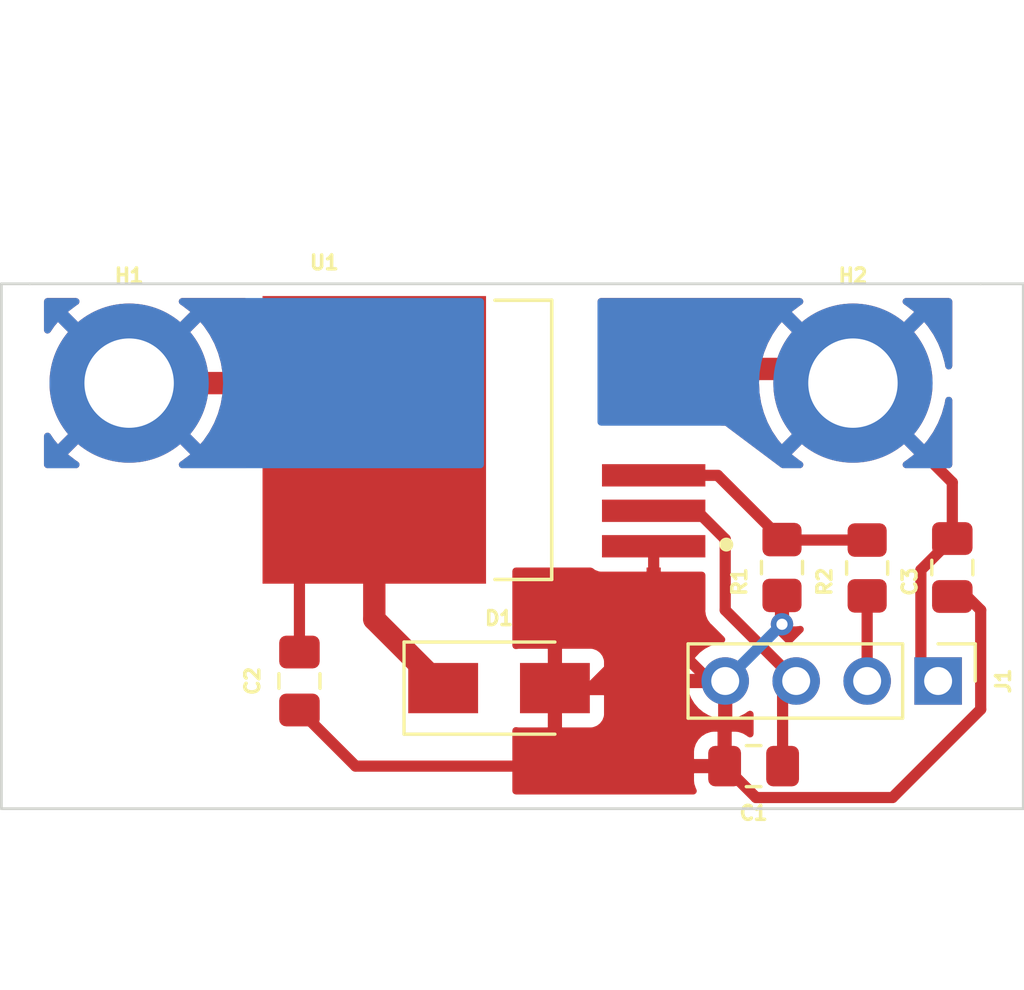
<source format=kicad_pcb>
(kicad_pcb (version 20211014) (generator pcbnew)
  (layers (0 "F.Cu" signal) (31 "B.Cu" signal) (34 "B.Paste" user) (35 "F.Paste" user) (36 "B.SilkS" user "B.Silkscreen") (37 "F.SilkS" user "F.Silkscreen") (38 "B.Mask" user) (39 "F.Mask" user) (44 "Edge.Cuts" user))
  (net 0 "")
  (net 1 "GND")
  (net 2 "AUX_IN")
  (net 3 "Net-(R1-Pad1)")
  (net 4 "OUT_VS")
  (net 5 "IN_VS")
  (net 6 "SENSE")
  (footprint "Resistor_SMD:R_0805_2012Metric_Pad1.20x1.40mm_HandSolder" (layer "F.Cu") (at 58.928 37.592 -90)
    (fp_text reference "R1" (at 0.508 1.524 90) (layer "F.SilkS") (effects (font (size 0.5 0.5))))
    (fp_text value "1k")
    (fp_line (start -0.227064 -0.735) (end 0.227064 -0.735) (layer "F.SilkS") (width 0.12))
    (fp_line (start -0.227064 0.735) (end 0.227064 0.735) (layer "F.SilkS") (width 0.12))
    (pad "1" smd roundrect (at -1 0 270) (size 1.2 1.4) (layers "F.Cu" "F.Paste" "F.Mask") (roundrect_rratio 0.208333) (net 3 "Net-(R1-Pad1)"))
    (pad "2" smd roundrect (at 1 0 270) (size 1.2 1.4) (layers "F.Cu" "F.Paste" "F.Mask") (roundrect_rratio 0.208333) (net 1 "GND"))
  )
  (footprint "Resistor_SMD:R_0805_2012Metric_Pad1.20x1.40mm_HandSolder" (layer "F.Cu") (at 61.976 37.608 90)
    (fp_text reference "R2" (at -0.492 -1.524 90) (layer "F.SilkS") (effects (font (size 0.5 0.5))))
    (fp_text value "4.7k")
    (fp_line (start -0.227064 -0.735) (end 0.227064 -0.735) (layer "F.SilkS") (width 0.12))
    (fp_line (start -0.227064 0.735) (end 0.227064 0.735) (layer "F.SilkS") (width 0.12))
    (pad "1" smd roundrect (at -1 0 90) (size 1.2 1.4) (layers "F.Cu" "F.Paste" "F.Mask") (roundrect_rratio 0.208333) (net 6 "SENSE"))
    (pad "2" smd roundrect (at 1 0 90) (size 1.2 1.4) (layers "F.Cu" "F.Paste" "F.Mask") (roundrect_rratio 0.208333) (net 3 "Net-(R1-Pad1)"))
  )
  (footprint "MountingHole:MountingHole_3.2mm_M3_ISO7380_Pad_TopBottom" (layer "F.Cu") (at 61.468 30.988)
    (fp_text reference "H2" (at 0 -3.85) (layer "F.SilkS") (effects (font (size 0.5 0.5))))
    (fp_text value "OUT_VS")
    (pad "1" connect circle (at 0 0) (size 5.7 5.7) (layers "B.Cu" "B.Mask") (net 4 "OUT_VS"))
    (pad "1" connect circle (at 0 0) (size 5.7 5.7) (layers "F.Cu" "F.Mask") (net 4 "OUT_VS"))
    (pad "1" thru_hole circle (at 0 0) (size 3.6 3.6) (drill 3.2) (layers *.Cu *.Mask) (net 4 "OUT_VS"))
  )
  (footprint "Capacitor_SMD:C_0805_2012Metric_Pad1.18x1.45mm_HandSolder" (layer "F.Cu") (at 41.656 41.656 90)
    (fp_text reference "C2" (at 0 -1.68 90) (layer "F.SilkS") (effects (font (size 0.5 0.5))))
    (fp_text value "C_Small")
    (fp_line (start -0.261252 -0.735) (end 0.261252 -0.735) (layer "F.SilkS") (width 0.12))
    (fp_line (start -0.261252 0.735) (end 0.261252 0.735) (layer "F.SilkS") (width 0.12))
    (pad "1" smd roundrect (at -1.0375 0 90) (size 1.175 1.45) (layers "F.Cu" "F.Paste" "F.Mask") (roundrect_rratio 0.212766) (net 1 "GND"))
    (pad "2" smd roundrect (at 1.0375 0 90) (size 1.175 1.45) (layers "F.Cu" "F.Paste" "F.Mask") (roundrect_rratio 0.212766) (net 5 "IN_VS"))
  )
  (footprint "Capacitor_SMD:C_0805_2012Metric_Pad1.18x1.45mm_HandSolder" (layer "F.Cu") (at 57.912 44.704 180)
    (fp_text reference "C1" (at 0 -1.68) (layer "F.SilkS") (effects (font (size 0.5 0.5))))
    (fp_text value "150nF")
    (fp_line (start -0.261252 -0.735) (end 0.261252 -0.735) (layer "F.SilkS") (width 0.12))
    (fp_line (start -0.261252 0.735) (end 0.261252 0.735) (layer "F.SilkS") (width 0.12))
    (pad "1" smd roundrect (at -1.0375 0 180) (size 1.175 1.45) (layers "F.Cu" "F.Paste" "F.Mask") (roundrect_rratio 0.212766) (net 2 "AUX_IN"))
    (pad "2" smd roundrect (at 1.0375 0 180) (size 1.175 1.45) (layers "F.Cu" "F.Paste" "F.Mask") (roundrect_rratio 0.212766) (net 1 "GND"))
  )
  (footprint "MountingHole:MountingHole_3.2mm_M3_ISO7380_Pad_TopBottom" (layer "F.Cu") (at 35.56 30.988)
    (fp_text reference "H1" (at 0 -3.85) (layer "F.SilkS") (effects (font (size 0.5 0.5))))
    (fp_text value "IN_VS")
    (pad "1" thru_hole circle (at 0 0) (size 3.6 3.6) (drill 3.2) (layers *.Cu *.Mask) (net 5 "IN_VS"))
    (pad "1" connect circle (at 0 0) (size 5.7 5.7) (layers "B.Cu" "B.Mask") (net 5 "IN_VS"))
    (pad "1" connect circle (at 0 0) (size 5.7 5.7) (layers "F.Cu" "F.Mask") (net 5 "IN_VS"))
  )
  (footprint "Capacitor_SMD:C_0805_2012Metric_Pad1.18x1.45mm_HandSolder" (layer "F.Cu") (at 65.024 37.592 90)
    (fp_text reference "C3" (at -0.508 -1.524 90) (layer "F.SilkS") (effects (font (size 0.5 0.5))))
    (fp_text value "10nF")
    (fp_line (start -0.261252 0.735) (end 0.261252 0.735) (layer "F.SilkS") (width 0.12))
    (fp_line (start -0.261252 -0.735) (end 0.261252 -0.735) (layer "F.SilkS") (width 0.12))
    (pad "1" smd roundrect (at -1.0375 0 90) (size 1.175 1.45) (layers "F.Cu" "F.Paste" "F.Mask") (roundrect_rratio 0.212766) (net 1 "GND"))
    (pad "2" smd roundrect (at 1.0375 0 90) (size 1.175 1.45) (layers "F.Cu" "F.Paste" "F.Mask") (roundrect_rratio 0.212766) (net 4 "OUT_VS"))
  )
  (footprint "PDM_Additional:TO127P1500X440-8N" (layer "F.Cu") (at 48.26 33.02 180)
    (fp_text reference "U1" (at 5.715 6.35) (layer "F.SilkS") (effects (font (size 0.5 0.5))))
    (fp_text value "BTS50010-1TAE")
    (fp_line (start -2.425 5) (end -2.425 -5) (layer "F.SilkS") (width 0.127))
    (fp_line (start -2.425 -5) (end -0.395 -5) (layer "F.SilkS") (width 0.127))
    (fp_line (start -2.425 5) (end -0.395 5) (layer "F.SilkS") (width 0.127))
    (fp_circle (center -8.675 -3.75) (end -8.55 -3.75) (layer "F.SilkS") (width 0.25) (fill none))
    (pad "1" smd rect (at -6.075 -3.81 180) (size 3.7 0.8) (layers "F.Cu" "F.Paste" "F.Mask") (net 1 "GND"))
    (pad "2" smd rect (at -6.075 -2.54 180) (size 3.7 0.8) (layers "F.Cu" "F.Paste" "F.Mask") (net 2 "AUX_IN"))
    (pad "3" smd rect (at -6.075 -1.27 180) (size 3.7 0.8) (layers "F.Cu" "F.Paste" "F.Mask") (net 3 "Net-(R1-Pad1)"))
    (pad "5" smd rect (at -6.075 1.27 180) (size 3.7 0.8) (layers "F.Cu" "F.Paste" "F.Mask") (net 4 "OUT_VS"))
    (pad "6" smd rect (at -6.075 2.54 180) (size 3.7 0.8) (layers "F.Cu" "F.Paste" "F.Mask") (net 4 "OUT_VS"))
    (pad "7" smd rect (at -6.075 3.81 180) (size 3.7 0.8) (layers "F.Cu" "F.Paste" "F.Mask") (net 4 "OUT_VS"))
    (pad "8" smd rect (at 3.925 0 270) (size 10.3 8) (layers "F.Cu" "F.Mask") (net 5 "IN_VS"))
  )
  (footprint "Diode_SMD:D_SMA" (layer "F.Cu") (at 48.8 41.91)
    (fp_text reference "D1" (at 0 -2.5) (layer "F.SilkS") (effects (font (size 0.5 0.5))))
    (fp_text value "D_TVS")
    (fp_line (start -3.4 1.65) (end 2 1.65) (layer "F.SilkS") (width 0.12))
    (fp_line (start -3.4 -1.65) (end 2 -1.65) (layer "F.SilkS") (width 0.12))
    (fp_line (start -3.4 -1.65) (end -3.4 1.65) (layer "F.SilkS") (width 0.12))
    (pad "1" smd rect (at -2 0) (size 2.5 1.8) (layers "F.Cu" "F.Paste" "F.Mask") (net 5 "IN_VS"))
    (pad "2" smd rect (at 2 0) (size 2.5 1.8) (layers "F.Cu" "F.Paste" "F.Mask") (net 1 "GND"))
  )
  (footprint "Connector_PinHeader_2.54mm:PinHeader_1x04_P2.54mm_Vertical" (layer "F.Cu") (at 64.516 41.656 -90)
    (fp_text reference "J1" (at 0 -2.33 90) (layer "F.SilkS") (effects (font (size 0.5 0.5))))
    (fp_text value "Conn_01x04_Male")
    (fp_line (start -1.33 8.95) (end 1.33 8.95) (layer "F.SilkS") (width 0.12))
    (fp_line (start -1.33 0) (end -1.33 -1.33) (layer "F.SilkS") (width 0.12))
    (fp_line (start -1.33 -1.33) (end 0 -1.33) (layer "F.SilkS") (width 0.12))
    (fp_line (start -1.33 1.27) (end 1.33 1.27) (layer "F.SilkS") (width 0.12))
    (fp_line (start 1.33 1.27) (end 1.33 8.95) (layer "F.SilkS") (width 0.12))
    (fp_line (start -1.33 1.27) (end -1.33 8.95) (layer "F.SilkS") (width 0.12))
    (pad "1" thru_hole rect (at 0 0 270) (size 1.7 1.7) (drill 1) (layers *.Cu *.Mask) (net 4 "OUT_VS"))
    (pad "2" thru_hole oval (at 0 2.54 270) (size 1.7 1.7) (drill 1) (layers *.Cu *.Mask) (net 6 "SENSE"))
    (pad "3" thru_hole oval (at 0 5.08 270) (size 1.7 1.7) (drill 1) (layers *.Cu *.Mask) (net 2 "AUX_IN"))
    (pad "4" thru_hole oval (at 0 7.62 270) (size 1.7 1.7) (drill 1) (layers *.Cu *.Mask) (net 1 "GND"))
  )
  (gr_line (start 30.988 27.432) (end 32.004 27.432) (layer "Edge.Cuts") (width 0.1))
  (gr_line (start 30.988 46.228) (end 30.988 27.432) (layer "Edge.Cuts") (width 0.1))
  (gr_line (start 66.04 27.432) (end 67.564 27.432) (layer "Edge.Cuts") (width 0.1))
  (gr_line (start 67.564 46.228) (end 30.988 46.228) (layer "Edge.Cuts") (width 0.1))
  (gr_line (start 32.004 27.432) (end 66.04 27.432) (layer "Edge.Cuts") (width 0.1))
  (gr_line (start 67.564 27.432) (end 67.564 46.228) (layer "Edge.Cuts") (width 0.1))
  (segment (start 65.5535 38.6295) (end 65.024 38.6295) (width 0.4) (layer "F.Cu") (net 1))
  (segment (start 56.896 41.656) (end 56.346 41.656) (width 0.4) (layer "F.Cu") (net 1))
  (segment (start 62.883 45.829) (end 66.04 42.672) (width 0.4) (layer "F.Cu") (net 1))
  (segment (start 57.9995 45.829) (end 62.883 45.829) (width 0.4) (layer "F.Cu") (net 1))
  (segment (start 56.896 41.656) (end 56.896 44.6825) (width 0.4) (layer "F.Cu") (net 1))
  (segment (start 56.346 41.656) (end 54.335 39.645) (width 0.4) (layer "F.Cu") (net 1))
  (segment (start 66.04 42.672) (end 66.04 39.116) (width 0.4) (layer "F.Cu") (net 1))
  (segment (start 43.6665 44.704) (end 56.8745 44.704) (width 0.4) (layer "F.Cu") (net 1))
  (segment (start 41.656 42.6935) (end 43.6665 44.704) (width 0.4) (layer "F.Cu") (net 1))
  (segment (start 66.04 39.116) (end 65.5535 38.6295) (width 0.4) (layer "F.Cu") (net 1))
  (segment (start 54.335 39.645) (end 54.335 36.83) (width 0.4) (layer "F.Cu") (net 1))
  (segment (start 56.896 44.6825) (end 56.8745 44.704) (width 0.4) (layer "F.Cu") (net 1))
  (segment (start 52.07 41.91) (end 54.335 39.645) (width 0.4) (layer "F.Cu") (net 1))
  (segment (start 50.8 41.91) (end 52.07 41.91) (width 0.4) (layer "F.Cu") (net 1))
  (segment (start 56.8745 44.704) (end 57.9995 45.829) (width 0.4) (layer "F.Cu") (net 1))
  (segment (start 58.928 38.592) (end 58.928 39.624) (width 0.4) (layer "F.Cu") (net 1))
  (via (at 58.928 39.624) (size 0.8) (drill 0.4) (layers "F.Cu" "B.Cu") (net 1))
  (segment (start 58.928 39.624) (end 56.896 41.656) (width 0.4) (layer "B.Cu") (net 1))
  (segment (start 55.88 35.56) (end 54.335 35.56) (width 0.4) (layer "F.Cu") (net 2))
  (segment (start 59.436 41.656) (end 56.896 39.116) (width 0.4) (layer "F.Cu") (net 2))
  (segment (start 56.896 39.116) (end 56.896 36.576) (width 0.4) (layer "F.Cu") (net 2))
  (segment (start 56.896 36.576) (end 55.88 35.56) (width 0.4) (layer "F.Cu") (net 2))
  (segment (start 58.9495 42.1425) (end 59.436 41.656) (width 0.4) (layer "F.Cu") (net 2))
  (segment (start 58.9495 44.704) (end 58.9495 42.1425) (width 0.4) (layer "F.Cu") (net 2))
  (segment (start 56.626 34.29) (end 58.928 36.592) (width 0.4) (layer "F.Cu") (net 3))
  (segment (start 54.335 34.29) (end 56.626 34.29) (width 0.4) (layer "F.Cu") (net 3))
  (segment (start 61.976 36.608) (end 58.944 36.608) (width 0.4) (layer "F.Cu") (net 3))
  (segment (start 58.944 36.608) (end 58.928 36.592) (width 0.4) (layer "F.Cu") (net 3))
  (segment (start 61.468 30.988) (end 65.024 34.544) (width 0.4) (layer "F.Cu") (net 4))
  (segment (start 63.899 41.039) (end 63.899 37.6795) (width 0.4) (layer "F.Cu") (net 4))
  (segment (start 65.024 34.544) (end 65.024 36.5545) (width 0.4) (layer "F.Cu") (net 4))
  (segment (start 63.899 37.6795) (end 65.024 36.5545) (width 0.4) (layer "F.Cu") (net 4))
  (segment (start 64.516 41.656) (end 63.899 41.039) (width 0.4) (layer "F.Cu") (net 4))
  (segment (start 54.335 30.48) (end 61.468 30.48) (width 0.8) (layer "F.Cu") (net 4))
  (segment (start 54.335 29.21) (end 54.335 31.75) (width 0.8) (layer "F.Cu") (net 4))
  (segment (start 44.335 33.02) (end 41.656 35.699) (width 0.4) (layer "F.Cu") (net 5))
  (segment (start 44.335 33.02) (end 44.335 39.445) (width 0.8) (layer "F.Cu") (net 5))
  (segment (start 41.656 35.699) (end 41.656 40.6185) (width 0.4) (layer "F.Cu") (net 5))
  (segment (start 35.56 30.988) (end 42.303 30.988) (width 0.8) (layer "F.Cu") (net 5))
  (segment (start 44.335 39.445) (end 46.8 41.91) (width 0.8) (layer "F.Cu") (net 5))
  (segment (start 42.303 30.988) (end 44.335 33.02) (width 0.8) (layer "F.Cu") (net 5))
  (segment (start 61.976 38.608) (end 61.976 41.656) (width 0.4) (layer "F.Cu") (net 6))
  (zone (net 1) (net_name "GND") (layer "F.Cu") (connect_pads (clearance 0.508)) (min_thickness 0.254) (fill yes (thermal_gap 0.508) (thermal_bridge_width 0.508))
    (polygon (pts (xy 59.944 39.624) (xy 57.912 41.656) (xy 57.912 45.72) (xy 49.276 45.72) (xy 49.276 37.592) (xy 59.944 37.592)))
  )
  (zone (net 4) (net_name "OUT_VS") (layers F&B.Cu) (connect_pads (clearance 0.508)) (min_thickness 0.254) (fill yes (thermal_gap 0.508) (thermal_bridge_width 0.508))
    (polygon (pts (xy 65.024 34.036) (xy 58.928 34.036) (xy 56.896 32.512) (xy 52.324 32.512) (xy 52.324 27.94) (xy 65.024 27.94)))
  )
  (zone (net 5) (net_name "IN_VS") (layers F&B.Cu) (connect_pads (clearance 0.508)) (min_thickness 0.254) (fill yes (thermal_gap 0.508) (thermal_bridge_width 0.508))
    (polygon (pts (xy 48.26 34.036) (xy 32.512 34.036) (xy 32.512 27.94) (xy 48.26 27.94)))
  )
)
</source>
